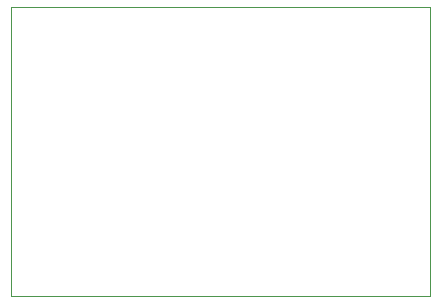
<source format=gm1>
%TF.GenerationSoftware,KiCad,Pcbnew,8.0.8*%
%TF.CreationDate,2025-02-10T19:39:04-08:00*%
%TF.ProjectId,Lidar Power Adapter,4c696461-7220-4506-9f77-657220416461,rev?*%
%TF.SameCoordinates,Original*%
%TF.FileFunction,Profile,NP*%
%FSLAX46Y46*%
G04 Gerber Fmt 4.6, Leading zero omitted, Abs format (unit mm)*
G04 Created by KiCad (PCBNEW 8.0.8) date 2025-02-10 19:39:04*
%MOMM*%
%LPD*%
G01*
G04 APERTURE LIST*
%TA.AperFunction,Profile*%
%ADD10C,0.050000*%
%TD*%
G04 APERTURE END LIST*
D10*
X131000000Y-61000000D02*
X166500000Y-61000000D01*
X166500000Y-85500000D01*
X131000000Y-85500000D01*
X131000000Y-61000000D01*
M02*

</source>
